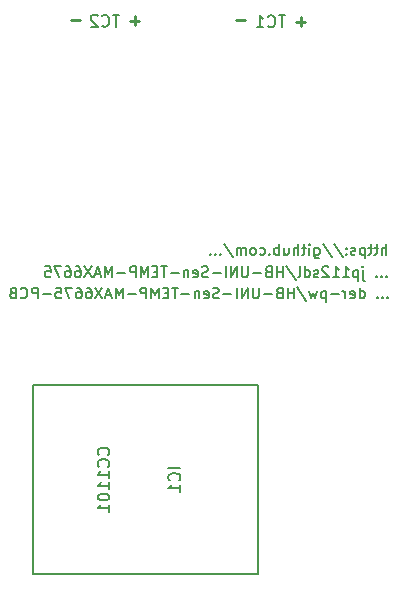
<source format=gbr>
G04 #@! TF.GenerationSoftware,KiCad,Pcbnew,(5.1.4)-1*
G04 #@! TF.CreationDate,2020-02-21T12:34:06+01:00*
G04 #@! TF.ProjectId,HB-UNI-Sen-TEMP-MAX6675,48422d55-4e49-42d5-9365-6e2d54454d50,rev?*
G04 #@! TF.SameCoordinates,Original*
G04 #@! TF.FileFunction,Legend,Bot*
G04 #@! TF.FilePolarity,Positive*
%FSLAX46Y46*%
G04 Gerber Fmt 4.6, Leading zero omitted, Abs format (unit mm)*
G04 Created by KiCad (PCBNEW (5.1.4)-1) date 2020-02-21 12:34:06*
%MOMM*%
%LPD*%
G04 APERTURE LIST*
%ADD10C,0.250000*%
%ADD11C,0.200000*%
%ADD12C,0.130000*%
%ADD13C,0.150000*%
G04 APERTURE END LIST*
D10*
X171030952Y-71521428D02*
X170269047Y-71521428D01*
X170650000Y-71902380D02*
X170650000Y-71140476D01*
D11*
X169361904Y-71002380D02*
X168790476Y-71002380D01*
X169076190Y-72002380D02*
X169076190Y-71002380D01*
X167885714Y-71907142D02*
X167933333Y-71954761D01*
X168076190Y-72002380D01*
X168171428Y-72002380D01*
X168314285Y-71954761D01*
X168409523Y-71859523D01*
X168457142Y-71764285D01*
X168504761Y-71573809D01*
X168504761Y-71430952D01*
X168457142Y-71240476D01*
X168409523Y-71145238D01*
X168314285Y-71050000D01*
X168171428Y-71002380D01*
X168076190Y-71002380D01*
X167933333Y-71050000D01*
X167885714Y-71097619D01*
X166933333Y-72002380D02*
X167504761Y-72002380D01*
X167219047Y-72002380D02*
X167219047Y-71002380D01*
X167314285Y-71145238D01*
X167409523Y-71240476D01*
X167504761Y-71288095D01*
D10*
X165980952Y-71421428D02*
X165219047Y-71421428D01*
X151930952Y-71371428D02*
X151169047Y-71371428D01*
D11*
X155311904Y-70952380D02*
X154740476Y-70952380D01*
X155026190Y-71952380D02*
X155026190Y-70952380D01*
X153835714Y-71857142D02*
X153883333Y-71904761D01*
X154026190Y-71952380D01*
X154121428Y-71952380D01*
X154264285Y-71904761D01*
X154359523Y-71809523D01*
X154407142Y-71714285D01*
X154454761Y-71523809D01*
X154454761Y-71380952D01*
X154407142Y-71190476D01*
X154359523Y-71095238D01*
X154264285Y-71000000D01*
X154121428Y-70952380D01*
X154026190Y-70952380D01*
X153883333Y-71000000D01*
X153835714Y-71047619D01*
X153454761Y-71047619D02*
X153407142Y-71000000D01*
X153311904Y-70952380D01*
X153073809Y-70952380D01*
X152978571Y-71000000D01*
X152930952Y-71047619D01*
X152883333Y-71142857D01*
X152883333Y-71238095D01*
X152930952Y-71380952D01*
X153502380Y-71952380D01*
X152883333Y-71952380D01*
D10*
X156980952Y-71471428D02*
X156219047Y-71471428D01*
X156600000Y-71852380D02*
X156600000Y-71090476D01*
D12*
X177907142Y-91257142D02*
X177907142Y-90357142D01*
X177521428Y-91257142D02*
X177521428Y-90785714D01*
X177564285Y-90700000D01*
X177650000Y-90657142D01*
X177778571Y-90657142D01*
X177864285Y-90700000D01*
X177907142Y-90742857D01*
X177221428Y-90657142D02*
X176878571Y-90657142D01*
X177092857Y-90357142D02*
X177092857Y-91128571D01*
X177050000Y-91214285D01*
X176964285Y-91257142D01*
X176878571Y-91257142D01*
X176707142Y-90657142D02*
X176364285Y-90657142D01*
X176578571Y-90357142D02*
X176578571Y-91128571D01*
X176535714Y-91214285D01*
X176450000Y-91257142D01*
X176364285Y-91257142D01*
X176064285Y-90657142D02*
X176064285Y-91557142D01*
X176064285Y-90700000D02*
X175978571Y-90657142D01*
X175807142Y-90657142D01*
X175721428Y-90700000D01*
X175678571Y-90742857D01*
X175635714Y-90828571D01*
X175635714Y-91085714D01*
X175678571Y-91171428D01*
X175721428Y-91214285D01*
X175807142Y-91257142D01*
X175978571Y-91257142D01*
X176064285Y-91214285D01*
X175292857Y-91214285D02*
X175207142Y-91257142D01*
X175035714Y-91257142D01*
X174950000Y-91214285D01*
X174907142Y-91128571D01*
X174907142Y-91085714D01*
X174950000Y-91000000D01*
X175035714Y-90957142D01*
X175164285Y-90957142D01*
X175250000Y-90914285D01*
X175292857Y-90828571D01*
X175292857Y-90785714D01*
X175250000Y-90700000D01*
X175164285Y-90657142D01*
X175035714Y-90657142D01*
X174950000Y-90700000D01*
X174521428Y-91171428D02*
X174478571Y-91214285D01*
X174521428Y-91257142D01*
X174564285Y-91214285D01*
X174521428Y-91171428D01*
X174521428Y-91257142D01*
X174521428Y-90700000D02*
X174478571Y-90742857D01*
X174521428Y-90785714D01*
X174564285Y-90742857D01*
X174521428Y-90700000D01*
X174521428Y-90785714D01*
X173450000Y-90314285D02*
X174221428Y-91471428D01*
X172507142Y-90314285D02*
X173278571Y-91471428D01*
X171821428Y-90657142D02*
X171821428Y-91385714D01*
X171864285Y-91471428D01*
X171907142Y-91514285D01*
X171992857Y-91557142D01*
X172121428Y-91557142D01*
X172207142Y-91514285D01*
X171821428Y-91214285D02*
X171907142Y-91257142D01*
X172078571Y-91257142D01*
X172164285Y-91214285D01*
X172207142Y-91171428D01*
X172250000Y-91085714D01*
X172250000Y-90828571D01*
X172207142Y-90742857D01*
X172164285Y-90700000D01*
X172078571Y-90657142D01*
X171907142Y-90657142D01*
X171821428Y-90700000D01*
X171392857Y-91257142D02*
X171392857Y-90657142D01*
X171392857Y-90357142D02*
X171435714Y-90400000D01*
X171392857Y-90442857D01*
X171350000Y-90400000D01*
X171392857Y-90357142D01*
X171392857Y-90442857D01*
X171092857Y-90657142D02*
X170750000Y-90657142D01*
X170964285Y-90357142D02*
X170964285Y-91128571D01*
X170921428Y-91214285D01*
X170835714Y-91257142D01*
X170750000Y-91257142D01*
X170450000Y-91257142D02*
X170450000Y-90357142D01*
X170064285Y-91257142D02*
X170064285Y-90785714D01*
X170107142Y-90700000D01*
X170192857Y-90657142D01*
X170321428Y-90657142D01*
X170407142Y-90700000D01*
X170450000Y-90742857D01*
X169250000Y-90657142D02*
X169250000Y-91257142D01*
X169635714Y-90657142D02*
X169635714Y-91128571D01*
X169592857Y-91214285D01*
X169507142Y-91257142D01*
X169378571Y-91257142D01*
X169292857Y-91214285D01*
X169250000Y-91171428D01*
X168821428Y-91257142D02*
X168821428Y-90357142D01*
X168821428Y-90700000D02*
X168735714Y-90657142D01*
X168564285Y-90657142D01*
X168478571Y-90700000D01*
X168435714Y-90742857D01*
X168392857Y-90828571D01*
X168392857Y-91085714D01*
X168435714Y-91171428D01*
X168478571Y-91214285D01*
X168564285Y-91257142D01*
X168735714Y-91257142D01*
X168821428Y-91214285D01*
X168007142Y-91171428D02*
X167964285Y-91214285D01*
X168007142Y-91257142D01*
X168050000Y-91214285D01*
X168007142Y-91171428D01*
X168007142Y-91257142D01*
X167192857Y-91214285D02*
X167278571Y-91257142D01*
X167450000Y-91257142D01*
X167535714Y-91214285D01*
X167578571Y-91171428D01*
X167621428Y-91085714D01*
X167621428Y-90828571D01*
X167578571Y-90742857D01*
X167535714Y-90700000D01*
X167450000Y-90657142D01*
X167278571Y-90657142D01*
X167192857Y-90700000D01*
X166678571Y-91257142D02*
X166764285Y-91214285D01*
X166807142Y-91171428D01*
X166850000Y-91085714D01*
X166850000Y-90828571D01*
X166807142Y-90742857D01*
X166764285Y-90700000D01*
X166678571Y-90657142D01*
X166550000Y-90657142D01*
X166464285Y-90700000D01*
X166421428Y-90742857D01*
X166378571Y-90828571D01*
X166378571Y-91085714D01*
X166421428Y-91171428D01*
X166464285Y-91214285D01*
X166550000Y-91257142D01*
X166678571Y-91257142D01*
X165992857Y-91257142D02*
X165992857Y-90657142D01*
X165992857Y-90742857D02*
X165950000Y-90700000D01*
X165864285Y-90657142D01*
X165735714Y-90657142D01*
X165650000Y-90700000D01*
X165607142Y-90785714D01*
X165607142Y-91257142D01*
X165607142Y-90785714D02*
X165564285Y-90700000D01*
X165478571Y-90657142D01*
X165350000Y-90657142D01*
X165264285Y-90700000D01*
X165221428Y-90785714D01*
X165221428Y-91257142D01*
X164150000Y-90314285D02*
X164921428Y-91471428D01*
X163850000Y-91171428D02*
X163807142Y-91214285D01*
X163850000Y-91257142D01*
X163892857Y-91214285D01*
X163850000Y-91171428D01*
X163850000Y-91257142D01*
X163421428Y-91171428D02*
X163378571Y-91214285D01*
X163421428Y-91257142D01*
X163464285Y-91214285D01*
X163421428Y-91171428D01*
X163421428Y-91257142D01*
X162992857Y-91171428D02*
X162950000Y-91214285D01*
X162992857Y-91257142D01*
X163035714Y-91214285D01*
X162992857Y-91171428D01*
X162992857Y-91257142D01*
X177892857Y-93071428D02*
X177850000Y-93114285D01*
X177892857Y-93157142D01*
X177935714Y-93114285D01*
X177892857Y-93071428D01*
X177892857Y-93157142D01*
X177464285Y-93071428D02*
X177421428Y-93114285D01*
X177464285Y-93157142D01*
X177507142Y-93114285D01*
X177464285Y-93071428D01*
X177464285Y-93157142D01*
X177035714Y-93071428D02*
X176992857Y-93114285D01*
X177035714Y-93157142D01*
X177078571Y-93114285D01*
X177035714Y-93071428D01*
X177035714Y-93157142D01*
X175921428Y-92557142D02*
X175921428Y-93328571D01*
X175964285Y-93414285D01*
X176050000Y-93457142D01*
X176092857Y-93457142D01*
X175921428Y-92257142D02*
X175964285Y-92300000D01*
X175921428Y-92342857D01*
X175878571Y-92300000D01*
X175921428Y-92257142D01*
X175921428Y-92342857D01*
X175492857Y-92557142D02*
X175492857Y-93457142D01*
X175492857Y-92600000D02*
X175407142Y-92557142D01*
X175235714Y-92557142D01*
X175150000Y-92600000D01*
X175107142Y-92642857D01*
X175064285Y-92728571D01*
X175064285Y-92985714D01*
X175107142Y-93071428D01*
X175150000Y-93114285D01*
X175235714Y-93157142D01*
X175407142Y-93157142D01*
X175492857Y-93114285D01*
X174207142Y-93157142D02*
X174721428Y-93157142D01*
X174464285Y-93157142D02*
X174464285Y-92257142D01*
X174550000Y-92385714D01*
X174635714Y-92471428D01*
X174721428Y-92514285D01*
X173350000Y-93157142D02*
X173864285Y-93157142D01*
X173607142Y-93157142D02*
X173607142Y-92257142D01*
X173692857Y-92385714D01*
X173778571Y-92471428D01*
X173864285Y-92514285D01*
X173007142Y-92342857D02*
X172964285Y-92300000D01*
X172878571Y-92257142D01*
X172664285Y-92257142D01*
X172578571Y-92300000D01*
X172535714Y-92342857D01*
X172492857Y-92428571D01*
X172492857Y-92514285D01*
X172535714Y-92642857D01*
X173050000Y-93157142D01*
X172492857Y-93157142D01*
X172150000Y-93114285D02*
X172064285Y-93157142D01*
X171892857Y-93157142D01*
X171807142Y-93114285D01*
X171764285Y-93028571D01*
X171764285Y-92985714D01*
X171807142Y-92900000D01*
X171892857Y-92857142D01*
X172021428Y-92857142D01*
X172107142Y-92814285D01*
X172150000Y-92728571D01*
X172150000Y-92685714D01*
X172107142Y-92600000D01*
X172021428Y-92557142D01*
X171892857Y-92557142D01*
X171807142Y-92600000D01*
X170992857Y-93157142D02*
X170992857Y-92257142D01*
X170992857Y-93114285D02*
X171078571Y-93157142D01*
X171250000Y-93157142D01*
X171335714Y-93114285D01*
X171378571Y-93071428D01*
X171421428Y-92985714D01*
X171421428Y-92728571D01*
X171378571Y-92642857D01*
X171335714Y-92600000D01*
X171250000Y-92557142D01*
X171078571Y-92557142D01*
X170992857Y-92600000D01*
X170435714Y-93157142D02*
X170521428Y-93114285D01*
X170564285Y-93028571D01*
X170564285Y-92257142D01*
X169450000Y-92214285D02*
X170221428Y-93371428D01*
X169150000Y-93157142D02*
X169150000Y-92257142D01*
X169150000Y-92685714D02*
X168635714Y-92685714D01*
X168635714Y-93157142D02*
X168635714Y-92257142D01*
X167907142Y-92685714D02*
X167778571Y-92728571D01*
X167735714Y-92771428D01*
X167692857Y-92857142D01*
X167692857Y-92985714D01*
X167735714Y-93071428D01*
X167778571Y-93114285D01*
X167864285Y-93157142D01*
X168207142Y-93157142D01*
X168207142Y-92257142D01*
X167907142Y-92257142D01*
X167821428Y-92300000D01*
X167778571Y-92342857D01*
X167735714Y-92428571D01*
X167735714Y-92514285D01*
X167778571Y-92600000D01*
X167821428Y-92642857D01*
X167907142Y-92685714D01*
X168207142Y-92685714D01*
X167307142Y-92814285D02*
X166621428Y-92814285D01*
X166192857Y-92257142D02*
X166192857Y-92985714D01*
X166150000Y-93071428D01*
X166107142Y-93114285D01*
X166021428Y-93157142D01*
X165850000Y-93157142D01*
X165764285Y-93114285D01*
X165721428Y-93071428D01*
X165678571Y-92985714D01*
X165678571Y-92257142D01*
X165250000Y-93157142D02*
X165250000Y-92257142D01*
X164735714Y-93157142D01*
X164735714Y-92257142D01*
X164307142Y-93157142D02*
X164307142Y-92257142D01*
X163878571Y-92814285D02*
X163192857Y-92814285D01*
X162807142Y-93114285D02*
X162678571Y-93157142D01*
X162464285Y-93157142D01*
X162378571Y-93114285D01*
X162335714Y-93071428D01*
X162292857Y-92985714D01*
X162292857Y-92900000D01*
X162335714Y-92814285D01*
X162378571Y-92771428D01*
X162464285Y-92728571D01*
X162635714Y-92685714D01*
X162721428Y-92642857D01*
X162764285Y-92600000D01*
X162807142Y-92514285D01*
X162807142Y-92428571D01*
X162764285Y-92342857D01*
X162721428Y-92300000D01*
X162635714Y-92257142D01*
X162421428Y-92257142D01*
X162292857Y-92300000D01*
X161564285Y-93114285D02*
X161650000Y-93157142D01*
X161821428Y-93157142D01*
X161907142Y-93114285D01*
X161950000Y-93028571D01*
X161950000Y-92685714D01*
X161907142Y-92600000D01*
X161821428Y-92557142D01*
X161650000Y-92557142D01*
X161564285Y-92600000D01*
X161521428Y-92685714D01*
X161521428Y-92771428D01*
X161950000Y-92857142D01*
X161135714Y-92557142D02*
X161135714Y-93157142D01*
X161135714Y-92642857D02*
X161092857Y-92600000D01*
X161007142Y-92557142D01*
X160878571Y-92557142D01*
X160792857Y-92600000D01*
X160750000Y-92685714D01*
X160750000Y-93157142D01*
X160321428Y-92814285D02*
X159635714Y-92814285D01*
X159335714Y-92257142D02*
X158821428Y-92257142D01*
X159078571Y-93157142D02*
X159078571Y-92257142D01*
X158521428Y-92685714D02*
X158221428Y-92685714D01*
X158092857Y-93157142D02*
X158521428Y-93157142D01*
X158521428Y-92257142D01*
X158092857Y-92257142D01*
X157707142Y-93157142D02*
X157707142Y-92257142D01*
X157407142Y-92900000D01*
X157107142Y-92257142D01*
X157107142Y-93157142D01*
X156678571Y-93157142D02*
X156678571Y-92257142D01*
X156335714Y-92257142D01*
X156250000Y-92300000D01*
X156207142Y-92342857D01*
X156164285Y-92428571D01*
X156164285Y-92557142D01*
X156207142Y-92642857D01*
X156250000Y-92685714D01*
X156335714Y-92728571D01*
X156678571Y-92728571D01*
X155778571Y-92814285D02*
X155092857Y-92814285D01*
X154664285Y-93157142D02*
X154664285Y-92257142D01*
X154364285Y-92900000D01*
X154064285Y-92257142D01*
X154064285Y-93157142D01*
X153678571Y-92900000D02*
X153250000Y-92900000D01*
X153764285Y-93157142D02*
X153464285Y-92257142D01*
X153164285Y-93157142D01*
X152950000Y-92257142D02*
X152350000Y-93157142D01*
X152350000Y-92257142D02*
X152950000Y-93157142D01*
X151621428Y-92257142D02*
X151792857Y-92257142D01*
X151878571Y-92300000D01*
X151921428Y-92342857D01*
X152007142Y-92471428D01*
X152050000Y-92642857D01*
X152050000Y-92985714D01*
X152007142Y-93071428D01*
X151964285Y-93114285D01*
X151878571Y-93157142D01*
X151707142Y-93157142D01*
X151621428Y-93114285D01*
X151578571Y-93071428D01*
X151535714Y-92985714D01*
X151535714Y-92771428D01*
X151578571Y-92685714D01*
X151621428Y-92642857D01*
X151707142Y-92600000D01*
X151878571Y-92600000D01*
X151964285Y-92642857D01*
X152007142Y-92685714D01*
X152050000Y-92771428D01*
X150764285Y-92257142D02*
X150935714Y-92257142D01*
X151021428Y-92300000D01*
X151064285Y-92342857D01*
X151150000Y-92471428D01*
X151192857Y-92642857D01*
X151192857Y-92985714D01*
X151150000Y-93071428D01*
X151107142Y-93114285D01*
X151021428Y-93157142D01*
X150850000Y-93157142D01*
X150764285Y-93114285D01*
X150721428Y-93071428D01*
X150678571Y-92985714D01*
X150678571Y-92771428D01*
X150721428Y-92685714D01*
X150764285Y-92642857D01*
X150850000Y-92600000D01*
X151021428Y-92600000D01*
X151107142Y-92642857D01*
X151150000Y-92685714D01*
X151192857Y-92771428D01*
X150378571Y-92257142D02*
X149778571Y-92257142D01*
X150164285Y-93157142D01*
X149007142Y-92257142D02*
X149435714Y-92257142D01*
X149478571Y-92685714D01*
X149435714Y-92642857D01*
X149350000Y-92600000D01*
X149135714Y-92600000D01*
X149050000Y-92642857D01*
X149007142Y-92685714D01*
X148964285Y-92771428D01*
X148964285Y-92985714D01*
X149007142Y-93071428D01*
X149050000Y-93114285D01*
X149135714Y-93157142D01*
X149350000Y-93157142D01*
X149435714Y-93114285D01*
X149478571Y-93071428D01*
X177992857Y-94871428D02*
X177950000Y-94914285D01*
X177992857Y-94957142D01*
X178035714Y-94914285D01*
X177992857Y-94871428D01*
X177992857Y-94957142D01*
X177564285Y-94871428D02*
X177521428Y-94914285D01*
X177564285Y-94957142D01*
X177607142Y-94914285D01*
X177564285Y-94871428D01*
X177564285Y-94957142D01*
X177135714Y-94871428D02*
X177092857Y-94914285D01*
X177135714Y-94957142D01*
X177178571Y-94914285D01*
X177135714Y-94871428D01*
X177135714Y-94957142D01*
X175635714Y-94957142D02*
X175635714Y-94057142D01*
X175635714Y-94914285D02*
X175721428Y-94957142D01*
X175892857Y-94957142D01*
X175978571Y-94914285D01*
X176021428Y-94871428D01*
X176064285Y-94785714D01*
X176064285Y-94528571D01*
X176021428Y-94442857D01*
X175978571Y-94400000D01*
X175892857Y-94357142D01*
X175721428Y-94357142D01*
X175635714Y-94400000D01*
X174864285Y-94914285D02*
X174950000Y-94957142D01*
X175121428Y-94957142D01*
X175207142Y-94914285D01*
X175250000Y-94828571D01*
X175250000Y-94485714D01*
X175207142Y-94400000D01*
X175121428Y-94357142D01*
X174950000Y-94357142D01*
X174864285Y-94400000D01*
X174821428Y-94485714D01*
X174821428Y-94571428D01*
X175250000Y-94657142D01*
X174435714Y-94957142D02*
X174435714Y-94357142D01*
X174435714Y-94528571D02*
X174392857Y-94442857D01*
X174350000Y-94400000D01*
X174264285Y-94357142D01*
X174178571Y-94357142D01*
X173878571Y-94614285D02*
X173192857Y-94614285D01*
X172764285Y-94357142D02*
X172764285Y-95257142D01*
X172764285Y-94400000D02*
X172678571Y-94357142D01*
X172507142Y-94357142D01*
X172421428Y-94400000D01*
X172378571Y-94442857D01*
X172335714Y-94528571D01*
X172335714Y-94785714D01*
X172378571Y-94871428D01*
X172421428Y-94914285D01*
X172507142Y-94957142D01*
X172678571Y-94957142D01*
X172764285Y-94914285D01*
X172035714Y-94357142D02*
X171864285Y-94957142D01*
X171692857Y-94528571D01*
X171521428Y-94957142D01*
X171350000Y-94357142D01*
X170364285Y-94014285D02*
X171135714Y-95171428D01*
X170064285Y-94957142D02*
X170064285Y-94057142D01*
X170064285Y-94485714D02*
X169550000Y-94485714D01*
X169550000Y-94957142D02*
X169550000Y-94057142D01*
X168821428Y-94485714D02*
X168692857Y-94528571D01*
X168650000Y-94571428D01*
X168607142Y-94657142D01*
X168607142Y-94785714D01*
X168650000Y-94871428D01*
X168692857Y-94914285D01*
X168778571Y-94957142D01*
X169121428Y-94957142D01*
X169121428Y-94057142D01*
X168821428Y-94057142D01*
X168735714Y-94100000D01*
X168692857Y-94142857D01*
X168650000Y-94228571D01*
X168650000Y-94314285D01*
X168692857Y-94400000D01*
X168735714Y-94442857D01*
X168821428Y-94485714D01*
X169121428Y-94485714D01*
X168221428Y-94614285D02*
X167535714Y-94614285D01*
X167107142Y-94057142D02*
X167107142Y-94785714D01*
X167064285Y-94871428D01*
X167021428Y-94914285D01*
X166935714Y-94957142D01*
X166764285Y-94957142D01*
X166678571Y-94914285D01*
X166635714Y-94871428D01*
X166592857Y-94785714D01*
X166592857Y-94057142D01*
X166164285Y-94957142D02*
X166164285Y-94057142D01*
X165650000Y-94957142D01*
X165650000Y-94057142D01*
X165221428Y-94957142D02*
X165221428Y-94057142D01*
X164792857Y-94614285D02*
X164107142Y-94614285D01*
X163721428Y-94914285D02*
X163592857Y-94957142D01*
X163378571Y-94957142D01*
X163292857Y-94914285D01*
X163250000Y-94871428D01*
X163207142Y-94785714D01*
X163207142Y-94700000D01*
X163250000Y-94614285D01*
X163292857Y-94571428D01*
X163378571Y-94528571D01*
X163550000Y-94485714D01*
X163635714Y-94442857D01*
X163678571Y-94400000D01*
X163721428Y-94314285D01*
X163721428Y-94228571D01*
X163678571Y-94142857D01*
X163635714Y-94100000D01*
X163550000Y-94057142D01*
X163335714Y-94057142D01*
X163207142Y-94100000D01*
X162478571Y-94914285D02*
X162564285Y-94957142D01*
X162735714Y-94957142D01*
X162821428Y-94914285D01*
X162864285Y-94828571D01*
X162864285Y-94485714D01*
X162821428Y-94400000D01*
X162735714Y-94357142D01*
X162564285Y-94357142D01*
X162478571Y-94400000D01*
X162435714Y-94485714D01*
X162435714Y-94571428D01*
X162864285Y-94657142D01*
X162050000Y-94357142D02*
X162050000Y-94957142D01*
X162050000Y-94442857D02*
X162007142Y-94400000D01*
X161921428Y-94357142D01*
X161792857Y-94357142D01*
X161707142Y-94400000D01*
X161664285Y-94485714D01*
X161664285Y-94957142D01*
X161235714Y-94614285D02*
X160550000Y-94614285D01*
X160250000Y-94057142D02*
X159735714Y-94057142D01*
X159992857Y-94957142D02*
X159992857Y-94057142D01*
X159435714Y-94485714D02*
X159135714Y-94485714D01*
X159007142Y-94957142D02*
X159435714Y-94957142D01*
X159435714Y-94057142D01*
X159007142Y-94057142D01*
X158621428Y-94957142D02*
X158621428Y-94057142D01*
X158321428Y-94700000D01*
X158021428Y-94057142D01*
X158021428Y-94957142D01*
X157592857Y-94957142D02*
X157592857Y-94057142D01*
X157250000Y-94057142D01*
X157164285Y-94100000D01*
X157121428Y-94142857D01*
X157078571Y-94228571D01*
X157078571Y-94357142D01*
X157121428Y-94442857D01*
X157164285Y-94485714D01*
X157250000Y-94528571D01*
X157592857Y-94528571D01*
X156692857Y-94614285D02*
X156007142Y-94614285D01*
X155578571Y-94957142D02*
X155578571Y-94057142D01*
X155278571Y-94700000D01*
X154978571Y-94057142D01*
X154978571Y-94957142D01*
X154592857Y-94700000D02*
X154164285Y-94700000D01*
X154678571Y-94957142D02*
X154378571Y-94057142D01*
X154078571Y-94957142D01*
X153864285Y-94057142D02*
X153264285Y-94957142D01*
X153264285Y-94057142D02*
X153864285Y-94957142D01*
X152535714Y-94057142D02*
X152707142Y-94057142D01*
X152792857Y-94100000D01*
X152835714Y-94142857D01*
X152921428Y-94271428D01*
X152964285Y-94442857D01*
X152964285Y-94785714D01*
X152921428Y-94871428D01*
X152878571Y-94914285D01*
X152792857Y-94957142D01*
X152621428Y-94957142D01*
X152535714Y-94914285D01*
X152492857Y-94871428D01*
X152450000Y-94785714D01*
X152450000Y-94571428D01*
X152492857Y-94485714D01*
X152535714Y-94442857D01*
X152621428Y-94400000D01*
X152792857Y-94400000D01*
X152878571Y-94442857D01*
X152921428Y-94485714D01*
X152964285Y-94571428D01*
X151678571Y-94057142D02*
X151850000Y-94057142D01*
X151935714Y-94100000D01*
X151978571Y-94142857D01*
X152064285Y-94271428D01*
X152107142Y-94442857D01*
X152107142Y-94785714D01*
X152064285Y-94871428D01*
X152021428Y-94914285D01*
X151935714Y-94957142D01*
X151764285Y-94957142D01*
X151678571Y-94914285D01*
X151635714Y-94871428D01*
X151592857Y-94785714D01*
X151592857Y-94571428D01*
X151635714Y-94485714D01*
X151678571Y-94442857D01*
X151764285Y-94400000D01*
X151935714Y-94400000D01*
X152021428Y-94442857D01*
X152064285Y-94485714D01*
X152107142Y-94571428D01*
X151292857Y-94057142D02*
X150692857Y-94057142D01*
X151078571Y-94957142D01*
X149921428Y-94057142D02*
X150350000Y-94057142D01*
X150392857Y-94485714D01*
X150350000Y-94442857D01*
X150264285Y-94400000D01*
X150050000Y-94400000D01*
X149964285Y-94442857D01*
X149921428Y-94485714D01*
X149878571Y-94571428D01*
X149878571Y-94785714D01*
X149921428Y-94871428D01*
X149964285Y-94914285D01*
X150050000Y-94957142D01*
X150264285Y-94957142D01*
X150350000Y-94914285D01*
X150392857Y-94871428D01*
X149492857Y-94614285D02*
X148807142Y-94614285D01*
X148378571Y-94957142D02*
X148378571Y-94057142D01*
X148035714Y-94057142D01*
X147950000Y-94100000D01*
X147907142Y-94142857D01*
X147864285Y-94228571D01*
X147864285Y-94357142D01*
X147907142Y-94442857D01*
X147950000Y-94485714D01*
X148035714Y-94528571D01*
X148378571Y-94528571D01*
X146964285Y-94871428D02*
X147007142Y-94914285D01*
X147135714Y-94957142D01*
X147221428Y-94957142D01*
X147350000Y-94914285D01*
X147435714Y-94828571D01*
X147478571Y-94742857D01*
X147521428Y-94571428D01*
X147521428Y-94442857D01*
X147478571Y-94271428D01*
X147435714Y-94185714D01*
X147350000Y-94100000D01*
X147221428Y-94057142D01*
X147135714Y-94057142D01*
X147007142Y-94100000D01*
X146964285Y-94142857D01*
X146278571Y-94485714D02*
X146150000Y-94528571D01*
X146107142Y-94571428D01*
X146064285Y-94657142D01*
X146064285Y-94785714D01*
X146107142Y-94871428D01*
X146150000Y-94914285D01*
X146235714Y-94957142D01*
X146578571Y-94957142D01*
X146578571Y-94057142D01*
X146278571Y-94057142D01*
X146192857Y-94100000D01*
X146150000Y-94142857D01*
X146107142Y-94228571D01*
X146107142Y-94314285D01*
X146150000Y-94400000D01*
X146192857Y-94442857D01*
X146278571Y-94485714D01*
X146578571Y-94485714D01*
D13*
X148000000Y-102300000D02*
X167000000Y-102300000D01*
X148000000Y-118300000D02*
X148000000Y-102300000D01*
X167000000Y-118300000D02*
X148000000Y-118300000D01*
X167000000Y-102300000D02*
X167000000Y-118300000D01*
X160452380Y-109323809D02*
X159452380Y-109323809D01*
X160357142Y-110371428D02*
X160404761Y-110323809D01*
X160452380Y-110180952D01*
X160452380Y-110085714D01*
X160404761Y-109942857D01*
X160309523Y-109847619D01*
X160214285Y-109800000D01*
X160023809Y-109752380D01*
X159880952Y-109752380D01*
X159690476Y-109800000D01*
X159595238Y-109847619D01*
X159500000Y-109942857D01*
X159452380Y-110085714D01*
X159452380Y-110180952D01*
X159500000Y-110323809D01*
X159547619Y-110371428D01*
X160452380Y-111323809D02*
X160452380Y-110752380D01*
X160452380Y-111038095D02*
X159452380Y-111038095D01*
X159595238Y-110942857D01*
X159690476Y-110847619D01*
X159738095Y-110752380D01*
X154357142Y-108204761D02*
X154404761Y-108157142D01*
X154452380Y-108014285D01*
X154452380Y-107919047D01*
X154404761Y-107776190D01*
X154309523Y-107680952D01*
X154214285Y-107633333D01*
X154023809Y-107585714D01*
X153880952Y-107585714D01*
X153690476Y-107633333D01*
X153595238Y-107680952D01*
X153500000Y-107776190D01*
X153452380Y-107919047D01*
X153452380Y-108014285D01*
X153500000Y-108157142D01*
X153547619Y-108204761D01*
X154357142Y-109204761D02*
X154404761Y-109157142D01*
X154452380Y-109014285D01*
X154452380Y-108919047D01*
X154404761Y-108776190D01*
X154309523Y-108680952D01*
X154214285Y-108633333D01*
X154023809Y-108585714D01*
X153880952Y-108585714D01*
X153690476Y-108633333D01*
X153595238Y-108680952D01*
X153500000Y-108776190D01*
X153452380Y-108919047D01*
X153452380Y-109014285D01*
X153500000Y-109157142D01*
X153547619Y-109204761D01*
X154452380Y-110157142D02*
X154452380Y-109585714D01*
X154452380Y-109871428D02*
X153452380Y-109871428D01*
X153595238Y-109776190D01*
X153690476Y-109680952D01*
X153738095Y-109585714D01*
X154452380Y-111109523D02*
X154452380Y-110538095D01*
X154452380Y-110823809D02*
X153452380Y-110823809D01*
X153595238Y-110728571D01*
X153690476Y-110633333D01*
X153738095Y-110538095D01*
X153452380Y-111728571D02*
X153452380Y-111823809D01*
X153500000Y-111919047D01*
X153547619Y-111966666D01*
X153642857Y-112014285D01*
X153833333Y-112061904D01*
X154071428Y-112061904D01*
X154261904Y-112014285D01*
X154357142Y-111966666D01*
X154404761Y-111919047D01*
X154452380Y-111823809D01*
X154452380Y-111728571D01*
X154404761Y-111633333D01*
X154357142Y-111585714D01*
X154261904Y-111538095D01*
X154071428Y-111490476D01*
X153833333Y-111490476D01*
X153642857Y-111538095D01*
X153547619Y-111585714D01*
X153500000Y-111633333D01*
X153452380Y-111728571D01*
X154452380Y-113014285D02*
X154452380Y-112442857D01*
X154452380Y-112728571D02*
X153452380Y-112728571D01*
X153595238Y-112633333D01*
X153690476Y-112538095D01*
X153738095Y-112442857D01*
M02*

</source>
